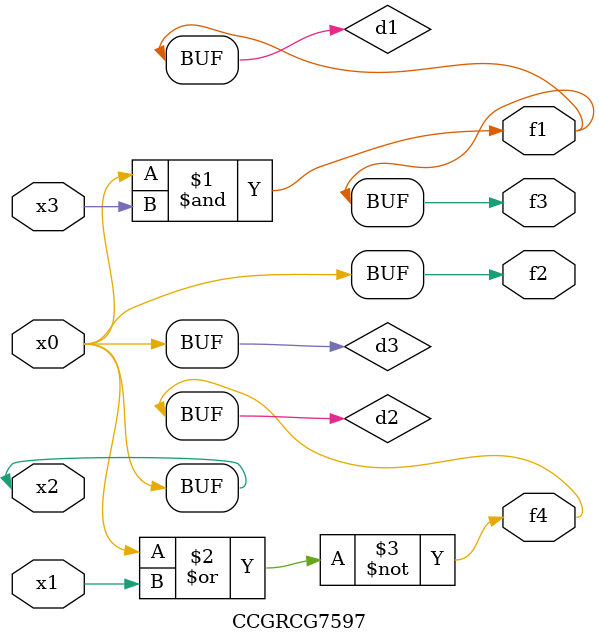
<source format=v>
module CCGRCG7597(
	input x0, x1, x2, x3,
	output f1, f2, f3, f4
);

	wire d1, d2, d3;

	and (d1, x2, x3);
	nor (d2, x0, x1);
	buf (d3, x0, x2);
	assign f1 = d1;
	assign f2 = d3;
	assign f3 = d1;
	assign f4 = d2;
endmodule

</source>
